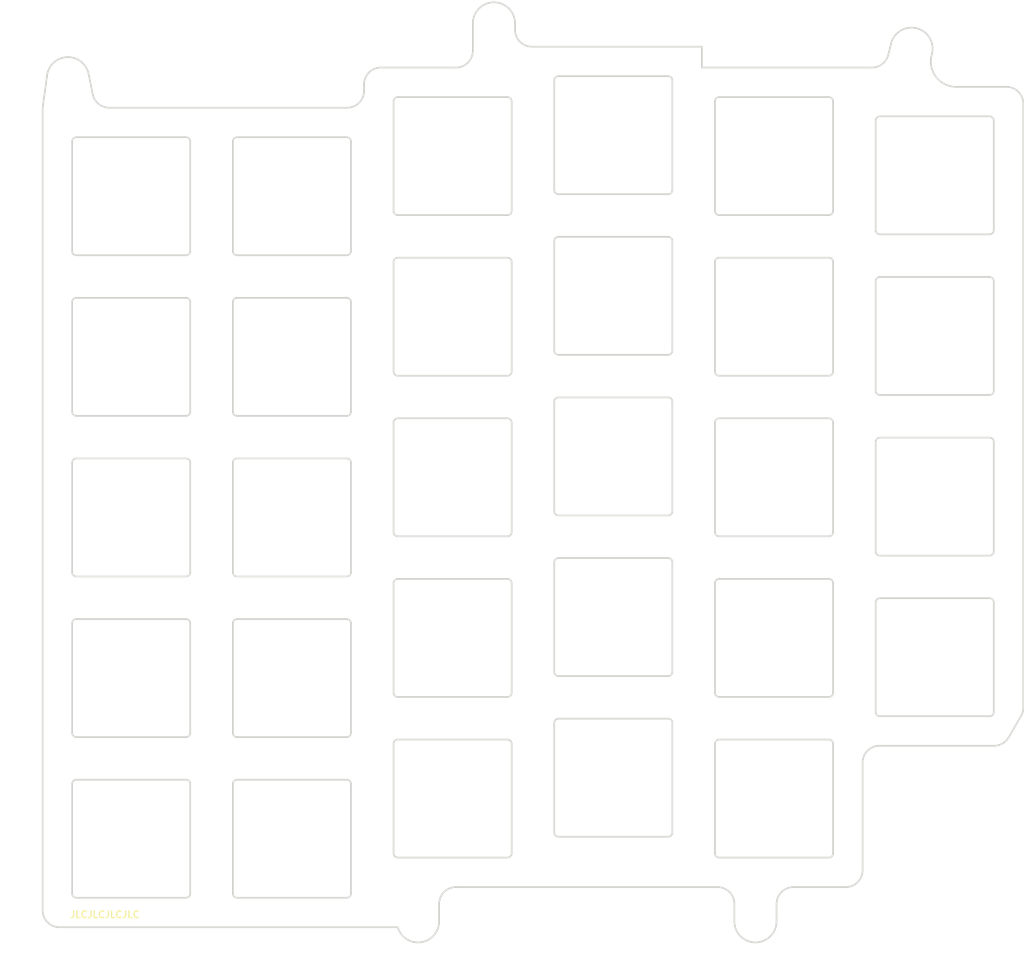
<source format=kicad_pcb>
(kicad_pcb (version 20221018) (generator pcbnew)
  (title_block (title "ErgoSNM keyboard plate") (rev "2.1") (comment 1 "Open source hardware, CERN-OHL-P v2"))
  (layers (0 "F.Cu" signal) (31 "B.Cu" signal) (34 "B.Paste" user) (35 "F.Paste" user) (36 "B.SilkS" user "B.Silkscreen") (37 "F.SilkS" user "F.Silkscreen") (38 "B.Mask" user) (39 "F.Mask" user) (44 "Edge.Cuts" user))
  (net 0 "")
  (footprint "MountingHole:MountingHole_3.7mm" (layer "F.Cu") (at 163.1466 68.019)
    (fp_text reference "REF**" hide)
    (fp_text value "MountingHole_3.7mm")
    (pad "" np_thru_hole circle (at 0 0) (size 3.85 3.85) (drill 3.85) (layers "F&B.Cu" "*.Mask"))
  )
  (footprint "MountingHole:MountingHole_3.7mm" (layer "F.Cu") (at 86.9466 128.801)
    (fp_text reference "REF**" hide)
    (fp_text value "MountingHole_3.7mm")
    (pad "" np_thru_hole circle (at 0 0) (size 3.85 3.85) (drill 3.85) (layers "F&B.Cu" "*.Mask"))
  )
  (footprint "MountingHole:MountingHole_2.5mm" (layer "F.Cu") (at 69.9216 48.126)
    (fp_text reference "REF**" hide)
    (fp_text value "MountingHole_2.5mm")
    (pad "" np_thru_hole circle (at 0 0) (size 2.5 2.5) (drill 2.5) (layers "*.Cu" "*.Mask"))
  )
  (footprint "MountingHole:MountingHole_2.5mm" (layer "F.Cu") (at 105.9966 90.701)
    (fp_text reference "REF**" hide)
    (fp_text value "MountingHole_2.5mm")
    (pad "" np_thru_hole circle (at 0 0) (size 2.5 2.5) (drill 2.5) (layers "*.Cu" "*.Mask"))
  )
  (footprint "MountingHole:MountingHole_2.5mm" (layer "F.Cu") (at 144.6046 104.925)
    (fp_text reference "REF**" hide)
    (fp_text value "MountingHole_2.5mm")
    (pad "" np_thru_hole circle (at 0 0) (size 2.5 2.5) (drill 2.5) (layers "*.Cu" "*.Mask"))
  )
  (footprint "MountingHole:MountingHole_3.7mm" (layer "F.Cu") (at 163.1466 125.169)
    (fp_text reference "REF**" hide)
    (fp_text value "MountingHole_3.7mm")
    (pad "" np_thru_hole circle (at 0 0) (size 3.85 3.85) (drill 3.85) (layers "F&B.Cu" "*.Mask"))
  )
  (footprint "MountingHole:MountingHole_2.5mm" (layer "F.Cu") (at 120.4216 41.626)
    (fp_text reference "REF**" hide)
    (fp_text value "MountingHole_2.5mm")
    (pad "" np_thru_hole circle (at 0 0) (size 2.5 2.5) (drill 2.5) (layers "*.Cu" "*.Mask"))
  )
  (footprint "MountingHole:MountingHole_2.5mm" (layer "F.Cu") (at 111.4216 148.126)
    (fp_text reference "REF**" hide)
    (fp_text value "MountingHole_2.5mm")
    (pad "" np_thru_hole circle (at 0 0) (size 2.5 2.5) (drill 2.5) (layers "*.Cu" "*.Mask"))
  )
  (footprint "MountingHole:MountingHole_3.7mm" (layer "F.Cu") (at 86.9466 71.651)
    (fp_text reference "REF**" hide)
    (fp_text value "MountingHole_3.7mm")
    (pad "" np_thru_hole circle (at 0 0) (size 3.85 3.85) (drill 3.85) (layers "F&B.Cu" "*.Mask"))
  )
  (footprint "MountingHole:MountingHole_2.5mm" (layer "F.Cu") (at 151.4216 148.126)
    (fp_text reference "REF**" hide)
    (fp_text value "MountingHole_2.5mm")
    (pad "" np_thru_hole circle (at 0 0) (size 2.5 2.5) (drill 2.5) (layers "*.Cu" "*.Mask"))
  )
  (footprint "MountingHole:MountingHole_2.5mm" (layer "F.Cu") (at 169.9216 44.626)
    (fp_text reference "REF**" hide)
    (fp_text value "MountingHole_2.5mm")
    (pad "" np_thru_hole circle (at 0 0) (size 2.5 2.5) (drill 2.5) (layers "*.Cu" "*.Mask"))
  )
  (gr_line (start 145.0716 44.387) (end 145.0716 46.8635) (stroke (width 0.2)) (layer "Edge.Cuts"))
  (gr_arc (start 141.5716 80.437) (mid 141.425146 80.79053) (end 141.0716 80.937) (stroke (width 0.2)) (layer "Edge.Cuts"))
  (gr_arc (start 103.4716 68.626) (mid 103.325153 68.979553) (end 102.9716 69.126) (stroke (width 0.2)) (layer "Edge.Cuts"))
  (gr_line (start 103.4716 55.626) (end 103.4716 68.626) (stroke (width 0.2)) (layer "Edge.Cuts"))
  (gr_arc (start 141.5716 61.387) (mid 141.425146 61.74053) (end 141.0716 61.887) (stroke (width 0.2)) (layer "Edge.Cuts"))
  (gr_line (start 108.5216 82.9135) (end 108.5216 69.9135) (stroke (width 0.2)) (layer "Edge.Cuts"))
  (gr_arc (start 70.9216 88.176) (mid 70.568047 88.029553) (end 70.4216 87.676) (stroke (width 0.2)) (layer "Edge.Cuts"))
  (gr_arc (start 153.9216 148.126) (mid 151.4216 150.626) (end 148.9216 148.126) (stroke (width 0.2)) (layer "Edge.Cuts"))
  (gr_arc (start 109.0216 121.5135) (mid 108.668047 121.367053) (end 108.5216 121.0135) (stroke (width 0.2)) (layer "Edge.Cuts"))
  (gr_line (start 89.9716 55.126) (end 102.9716 55.126) (stroke (width 0.2)) (layer "Edge.Cuts"))
  (gr_arc (start 67.426758 47.965488) (mid 69.751152 45.631817) (end 72.371412 47.62758) (stroke (width 0.2)) (layer "Edge.Cuts"))
  (gr_arc (start 70.4216 131.826) (mid 70.568047 131.472447) (end 70.9216 131.326) (stroke (width 0.2)) (layer "Edge.Cuts"))
  (gr_line (start 122.0216 121.5135) (end 109.0216 121.5135) (stroke (width 0.2)) (layer "Edge.Cuts"))
  (gr_line (start 122.9216 41.626) (end 122.9216 42.387) (stroke (width 0.2)) (layer "Edge.Cuts"))
  (gr_arc (start 103.4716 87.676) (mid 103.325153 88.029553) (end 102.9716 88.176) (stroke (width 0.2)) (layer "Edge.Cuts"))
  (gr_arc (start 127.5716 67.437) (mid 127.718045 67.083443) (end 128.0716 66.937) (stroke (width 0.2)) (layer "Edge.Cuts"))
  (gr_arc (start 167.165215 45.347344) (mid 166.455941 46.439508) (end 165.224623 46.8635) (stroke (width 0.2)) (layer "Edge.Cuts"))
  (gr_line (start 147.1216 88.4635) (end 160.1216 88.4635) (stroke (width 0.2)) (layer "Edge.Cuts"))
  (gr_line (start 70.9216 74.176) (end 83.9216 74.176) (stroke (width 0.2)) (layer "Edge.Cuts"))
  (gr_line (start 72.859119 50.024736) (end 72.371412 47.62758) (stroke (width 0.2)) (layer "Edge.Cuts"))
  (gr_line (start 70.4216 68.626) (end 70.4216 55.626) (stroke (width 0.2)) (layer "Edge.Cuts"))
  (gr_arc (start 83.9216 93.226) (mid 84.275153 93.372447) (end 84.4216 93.726) (stroke (width 0.2)) (layer "Edge.Cuts"))
  (gr_arc (start 146.6216 50.8635) (mid 146.768039 50.509923) (end 147.1216 50.3635) (stroke (width 0.2)) (layer "Edge.Cuts"))
  (gr_arc (start 109.0216 64.3635) (mid 108.668047 64.217053) (end 108.5216 63.8635) (stroke (width 0.2)) (layer "Edge.Cuts"))
  (gr_arc (start 146.6216 108.0135) (mid 146.768039 107.659923) (end 147.1216 107.5135) (stroke (width 0.2)) (layer "Edge.Cuts"))
  (gr_line (start 127.5716 61.387) (end 127.5716 48.387) (stroke (width 0.2)) (layer "Edge.Cuts"))
  (gr_line (start 141.5716 86.487) (end 141.5716 99.487) (stroke (width 0.2)) (layer "Edge.Cuts"))
  (gr_line (start 141.5716 105.537) (end 141.5716 118.537) (stroke (width 0.2)) (layer "Edge.Cuts"))
  (gr_line (start 160.6216 88.9635) (end 160.6216 101.9635) (stroke (width 0.2)) (layer "Edge.Cuts"))
  (gr_line (start 84.4216 55.626) (end 84.4216 68.626) (stroke (width 0.2)) (layer "Edge.Cuts"))
  (gr_arc (start 102.9716 131.326) (mid 103.325153 131.472447) (end 103.4716 131.826) (stroke (width 0.2)) (layer "Edge.Cuts"))
  (gr_arc (start 70.9216 145.326) (mid 70.568047 145.179553) (end 70.4216 144.826) (stroke (width 0.2)) (layer "Edge.Cuts"))
  (gr_line (start 70.4216 144.826) (end 70.4216 131.826) (stroke (width 0.2)) (layer "Edge.Cuts"))
  (gr_arc (start 128.0716 61.887) (mid 127.718045 61.740554) (end 127.5716 61.387) (stroke (width 0.2)) (layer "Edge.Cuts"))
  (gr_arc (start 127.5716 48.387) (mid 127.718045 48.033443) (end 128.0716 47.887) (stroke (width 0.2)) (layer "Edge.Cuts"))
  (gr_line (start 145.0716 46.8635) (end 165.224623 46.8635) (stroke (width 0.2)) (layer "Edge.Cuts"))
  (gr_line (start 160.1216 140.5635) (end 147.1216 140.5635) (stroke (width 0.2)) (layer "Edge.Cuts"))
  (gr_line (start 89.4716 125.776) (end 89.4716 112.776) (stroke (width 0.2)) (layer "Edge.Cuts"))
  (gr_arc (start 89.4716 55.626) (mid 89.618047 55.272447) (end 89.9716 55.126) (stroke (width 0.2)) (layer "Edge.Cuts"))
  (gr_arc (start 179.1716 71.6995) (mid 179.525174 71.845933) (end 179.6716 72.1995) (stroke (width 0.2)) (layer "Edge.Cuts"))
  (gr_line (start 146.6216 101.9635) (end 146.6216 88.9635) (stroke (width 0.2)) (layer "Edge.Cuts"))
  (gr_arc (start 83.9216 112.276) (mid 84.275153 112.422447) (end 84.4216 112.776) (stroke (width 0.2)) (layer "Edge.Cuts"))
  (gr_arc (start 68.9216 148.826) (mid 67.507386 148.240214) (end 66.9216 146.826) (stroke (width 0.2)) (layer "Edge.Cuts"))
  (gr_line (start 166.1716 90.7495) (end 179.1716 90.7495) (stroke (width 0.2)) (layer "Edge.Cuts"))
  (gr_arc (start 122.5216 63.8635) (mid 122.375153 64.217053) (end 122.0216 64.3635) (stroke (width 0.2)) (layer "Edge.Cuts"))
  (gr_line (start 127.5716 99.487) (end 127.5716 86.487) (stroke (width 0.2)) (layer "Edge.Cuts"))
  (gr_arc (start 179.6716 104.2495) (mid 179.525146 104.60303) (end 179.1716 104.7495) (stroke (width 0.2)) (layer "Edge.Cuts"))
  (gr_line (start 179.6716 72.1995) (end 179.6716 85.1995) (stroke (width 0.2)) (layer "Edge.Cuts"))
  (gr_arc (start 89.4716 112.776) (mid 89.618047 112.422447) (end 89.9716 112.276) (stroke (width 0.2)) (layer "Edge.Cuts"))
  (gr_line (start 109.0216 69.4135) (end 122.0216 69.4135) (stroke (width 0.2)) (layer "Edge.Cuts"))
  (gr_line (start 103.4716 93.726) (end 103.4716 106.726) (stroke (width 0.2)) (layer "Edge.Cuts"))
  (gr_arc (start 166.1716 85.6995) (mid 165.818067 85.55304) (end 165.6716 85.1995) (stroke (width 0.2)) (layer "Edge.Cuts"))
  (gr_arc (start 122.0216 88.4635) (mid 122.375153 88.609947) (end 122.5216 88.9635) (stroke (width 0.2)) (layer "Edge.Cuts"))
  (gr_arc (start 84.4216 125.776) (mid 84.275153 126.129553) (end 83.9216 126.276) (stroke (width 0.2)) (layer "Edge.Cuts"))
  (gr_line (start 146.6216 63.8635) (end 146.6216 50.8635) (stroke (width 0.2)) (layer "Edge.Cuts"))
  (gr_line (start 141.0716 138.087) (end 128.0716 138.087) (stroke (width 0.2)) (layer "Edge.Cuts"))
  (gr_line (start 122.5216 108.0135) (end 122.5216 121.0135) (stroke (width 0.2)) (layer "Edge.Cuts"))
  (gr_arc (start 141.5716 118.537) (mid 141.425146 118.89053) (end 141.0716 119.037) (stroke (width 0.2)) (layer "Edge.Cuts"))
  (gr_arc (start 141.0716 105.037) (mid 141.425174 105.183433) (end 141.5716 105.537) (stroke (width 0.2)) (layer "Edge.Cuts"))
  (gr_arc (start 66.9216 51.763351) (mid 66.9263 51.626323) (end 66.940377 51.489938) (stroke (width 0.2)) (layer "Edge.Cuts"))
  (gr_arc (start 108.5216 88.9635) (mid 108.668047 88.609947) (end 109.0216 88.4635) (stroke (width 0.2)) (layer "Edge.Cuts"))
  (gr_arc (start 89.9716 88.176) (mid 89.618047 88.029553) (end 89.4716 87.676) (stroke (width 0.2)) (layer "Edge.Cuts"))
  (gr_line (start 179.6716 110.2995) (end 179.6716 123.2995) (stroke (width 0.2)) (layer "Edge.Cuts"))
  (gr_line (start 70.4216 125.776) (end 70.4216 112.776) (stroke (width 0.2)) (layer "Edge.Cuts"))
  (gr_arc (start 122.5216 101.9635) (mid 122.375153 102.317053) (end 122.0216 102.4635) (stroke (width 0.2)) (layer "Edge.Cuts"))
  (gr_arc (start 146.6216 69.9135) (mid 146.768039 69.559923) (end 147.1216 69.4135) (stroke (width 0.2)) (layer "Edge.Cuts"))
  (gr_arc (start 70.4216 55.626) (mid 70.568047 55.272447) (end 70.9216 55.126) (stroke (width 0.2)) (layer "Edge.Cuts"))
  (gr_arc (start 108.5216 127.0635) (mid 108.668047 126.709947) (end 109.0216 126.5635) (stroke (width 0.2)) (layer "Edge.Cuts"))
  (gr_line (start 84.4216 112.776) (end 84.4216 125.776) (stroke (width 0.2)) (layer "Edge.Cuts"))
  (gr_arc (start 166.1716 104.7495) (mid 165.818067 104.60304) (end 165.6716 104.2495) (stroke (width 0.2)) (layer "Edge.Cuts"))
  (gr_line (start 183.1716 51.1495) (end 183.1716 122.763601) (stroke (width 0.2)) (layer "Edge.Cuts"))
  (gr_line (start 162.1216 144.0635) (end 155.9216 144.0635) (stroke (width 0.2)) (layer "Edge.Cuts"))
  (gr_line (start 165.6716 123.2995) (end 165.6716 110.2995) (stroke (width 0.2)) (layer "Edge.Cuts"))
  (gr_line (start 102.9716 69.126) (end 89.9716 69.126) (stroke (width 0.2)) (layer "Edge.Cuts"))
  (gr_line (start 128.0716 85.987) (end 141.0716 85.987) (stroke (width 0.2)) (layer "Edge.Cuts"))
  (gr_line (start 113.9216 148.126) (end 113.9216 146.0635) (stroke (width 0.2)) (layer "Edge.Cuts"))
  (gr_arc (start 83.9216 131.326) (mid 84.275153 131.472447) (end 84.4216 131.826) (stroke (width 0.2)) (layer "Edge.Cuts"))
  (gr_line (start 103.4716 131.826) (end 103.4716 144.826) (stroke (width 0.2)) (layer "Edge.Cuts"))
  (gr_arc (start 102.9716 55.126) (mid 103.325153 55.272447) (end 103.4716 55.626) (stroke (width 0.2)) (layer "Edge.Cuts"))
  (gr_arc (start 89.4716 93.726) (mid 89.618047 93.372447) (end 89.9716 93.226) (stroke (width 0.2)) (layer "Edge.Cuts"))
  (gr_line (start 124.9216 44.387) (end 145.0716 44.387) (stroke (width 0.2)) (layer "Edge.Cuts"))
  (gr_line (start 70.4216 106.726) (end 70.4216 93.726) (stroke (width 0.2)) (layer "Edge.Cuts"))
  (gr_arc (start 166.1716 123.7995) (mid 165.818067 123.65304) (end 165.6716 123.2995) (stroke (width 0.2)) (layer "Edge.Cuts"))
  (gr_arc (start 70.9216 126.276) (mid 70.568047 126.129553) (end 70.4216 125.776) (stroke (width 0.2)) (layer "Edge.Cuts"))
  (gr_arc (start 89.9716 107.226) (mid 89.618047 107.079553) (end 89.4716 106.726) (stroke (width 0.2)) (layer "Edge.Cuts"))
  (gr_line (start 179.707498 127.2995) (end 166.1216 127.2995) (stroke (width 0.2)) (layer "Edge.Cuts"))
  (gr_arc (start 103.4716 106.726) (mid 103.325153 107.079553) (end 102.9716 107.226) (stroke (width 0.2)) (layer "Edge.Cuts"))
  (gr_line (start 179.1716 66.6495) (end 166.1716 66.6495) (stroke (width 0.2)) (layer "Edge.Cuts"))
  (gr_arc (start 113.9216 146.0635) (mid 114.507386 144.649286) (end 115.9216 144.0635) (stroke (width 0.2)) (layer "Edge.Cuts"))
  (gr_arc (start 160.6216 101.9635) (mid 160.475146 102.31703) (end 160.1216 102.4635) (stroke (width 0.2)) (layer "Edge.Cuts"))
  (gr_line (start 66.9216 146.826) (end 66.9216 51.763351) (stroke (width 0.2)) (layer "Edge.Cuts"))
  (gr_arc (start 102.9716 74.176) (mid 103.325153 74.322447) (end 103.4716 74.676) (stroke (width 0.2)) (layer "Edge.Cuts"))
  (gr_arc (start 117.9216 44.8635) (mid 117.335814 46.277714) (end 115.9216 46.8635) (stroke (width 0.2)) (layer "Edge.Cuts"))
  (gr_line (start 179.1716 104.7495) (end 166.1716 104.7495) (stroke (width 0.2)) (layer "Edge.Cuts"))
  (gr_arc (start 89.9716 69.126) (mid 89.618047 68.979553) (end 89.4716 68.626) (stroke (width 0.2)) (layer "Edge.Cuts"))
  (gr_arc (start 141.5716 137.587) (mid 141.425146 137.94053) (end 141.0716 138.087) (stroke (width 0.2)) (layer "Edge.Cuts"))
  (gr_arc (start 109.0216 83.4135) (mid 108.668047 83.267053) (end 108.5216 82.9135) (stroke (width 0.2)) (layer "Edge.Cuts"))
  (gr_arc (start 122.0216 69.4135) (mid 122.375153 69.559947) (end 122.5216 69.9135) (stroke (width 0.2)) (layer "Edge.Cuts"))
  (gr_line (start 89.4716 144.826) (end 89.4716 131.826) (stroke (width 0.2)) (layer "Edge.Cuts"))
  (gr_arc (start 141.0716 85.987) (mid 141.425174 86.133433) (end 141.5716 86.487) (stroke (width 0.2)) (layer "Edge.Cuts"))
  (gr_arc (start 128.0716 80.937) (mid 127.718045 80.790554) (end 127.5716 80.437) (stroke (width 0.2)) (layer "Edge.Cuts"))
  (gr_arc (start 165.6716 53.1495) (mid 165.818039 52.795923) (end 166.1716 52.6495) (stroke (width 0.2)) (layer "Edge.Cuts"))
  (gr_arc (start 103.4716 144.826) (mid 103.325153 145.179553) (end 102.9716 145.326) (stroke (width 0.2)) (layer "Edge.Cuts"))
  (gr_arc (start 102.9716 112.276) (mid 103.325153 112.422447) (end 103.4716 112.776) (stroke (width 0.2)) (layer "Edge.Cuts"))
  (gr_line (start 70.9216 55.126) (end 83.9216 55.126) (stroke (width 0.2)) (layer "Edge.Cuts"))
  (gr_line (start 160.1216 64.3635) (end 147.1216 64.3635) (stroke (width 0.2)) (layer "Edge.Cuts"))
  (gr_line (start 127.5716 80.437) (end 127.5716 67.437) (stroke (width 0.2)) (layer "Edge.Cuts"))
  (gr_line (start 102.9716 88.176) (end 89.9716 88.176) (stroke (width 0.2)) (layer "Edge.Cuts"))
  (gr_arc (start 122.5216 82.9135) (mid 122.375153 83.267053) (end 122.0216 83.4135) (stroke (width 0.2)) (layer "Edge.Cuts"))
  (gr_arc (start 181.1716 49.1495) (mid 182.585834 49.735273) (end 183.1716 51.1495) (stroke (width 0.2)) (layer "Edge.Cuts"))
  (gr_arc (start 147.1216 140.5635) (mid 146.768067 140.41704) (end 146.6216 140.0635) (stroke (width 0.2)) (layer "Edge.Cuts"))
  (gr_line (start 83.9216 69.126) (end 70.9216 69.126) (stroke (width 0.2)) (layer "Edge.Cuts"))
  (gr_arc (start 124.9216 44.387) (mid 123.507386 43.801214) (end 122.9216 42.387) (stroke (width 0.2)) (layer "Edge.Cuts"))
  (gr_arc (start 89.4716 74.676) (mid 89.618047 74.322447) (end 89.9716 74.176) (stroke (width 0.2)) (layer "Edge.Cuts"))
  (gr_line (start 109.0216 88.4635) (end 122.0216 88.4635) (stroke (width 0.2)) (layer "Edge.Cuts"))
  (gr_line (start 109.0216 126.5635) (end 122.0216 126.5635) (stroke (width 0.2)) (layer "Edge.Cuts"))
  (gr_arc (start 105.0216 49.626) (mid 104.435814 51.040214) (end 103.0216 51.626) (stroke (width 0.2)) (layer "Edge.Cuts"))
  (gr_line (start 128.0716 105.037) (end 141.0716 105.037) (stroke (width 0.2)) (layer "Edge.Cuts"))
  (gr_line (start 165.6716 66.1495) (end 165.6716 53.1495) (stroke (width 0.2)) (layer "Edge.Cuts"))
  (gr_line (start 70.9216 112.276) (end 83.9216 112.276) (stroke (width 0.2)) (layer "Edge.Cuts"))
  (gr_arc (start 167.495861 44.021195) (mid 170.526405 42.200257) (end 172.347339 45.230805) (stroke (width 0.2)) (layer "Edge.Cuts"))
  (gr_arc (start 179.1716 90.7495) (mid 179.525174 90.895933) (end 179.6716 91.2495) (stroke (width 0.2)) (layer "Edge.Cuts"))
  (gr_arc (start 122.5216 140.0635) (mid 122.375153 140.417053) (end 122.0216 140.5635) (stroke (width 0.2)) (layer "Edge.Cuts"))
  (gr_line (start 89.9716 112.276) (end 102.9716 112.276) (stroke (width 0.2)) (layer "Edge.Cuts"))
  (gr_line (start 107.0216 46.8635) (end 115.9216 46.8635) (stroke (width 0.2)) (layer "Edge.Cuts"))
  (gr_line (start 102.9716 126.276) (end 89.9716 126.276) (stroke (width 0.2)) (layer "Edge.Cuts"))
  (gr_line (start 141.0716 99.987) (end 128.0716 99.987) (stroke (width 0.2)) (layer "Edge.Cuts"))
  (gr_line (start 89.9716 74.176) (end 102.9716 74.176) (stroke (width 0.2)) (layer "Edge.Cuts"))
  (gr_arc (start 179.1716 109.7995) (mid 179.525174 109.945933) (end 179.6716 110.2995) (stroke (width 0.2)) (layer "Edge.Cuts"))
  (gr_line (start 141.5716 48.387) (end 141.5716 61.387) (stroke (width 0.2)) (layer "Edge.Cuts"))
  (gr_line (start 166.1716 71.6995) (end 179.1716 71.6995) (stroke (width 0.2)) (layer "Edge.Cuts"))
  (gr_arc (start 84.4216 106.726) (mid 84.275153 107.079553) (end 83.9216 107.226) (stroke (width 0.2)) (layer "Edge.Cuts"))
  (gr_arc (start 70.4216 112.776) (mid 70.568047 112.422447) (end 70.9216 112.276) (stroke (width 0.2)) (layer "Edge.Cuts"))
  (gr_line (start 164.1216 129.2995) (end 164.1216 142.0635) (stroke (width 0.2)) (layer "Edge.Cuts"))
  (gr_arc (start 165.6716 110.2995) (mid 165.818039 109.945923) (end 166.1716 109.7995) (stroke (width 0.2)) (layer "Edge.Cuts"))
  (gr_line (start 146.6216 140.0635) (end 146.6216 127.0635) (stroke (width 0.2)) (layer "Edge.Cuts"))
  (gr_arc (start 113.9216 148.126) (mid 111.775153 150.600874) (end 109.0216 148.826) (stroke (width 0.2)) (layer "Edge.Cuts"))
  (gr_line (start 147.1216 126.5635) (end 160.1216 126.5635) (stroke (width 0.2)) (layer "Edge.Cuts"))
  (gr_arc (start 164.1216 129.2995) (mid 164.707379 127.885263) (end 166.1216 127.2995) (stroke (width 0.2)) (layer "Edge.Cuts"))
  (gr_line (start 122.5216 127.0635) (end 122.5216 140.0635) (stroke (width 0.2)) (layer "Edge.Cuts"))
  (gr_line (start 109.0216 50.3635) (end 122.0216 50.3635) (stroke (width 0.2)) (layer "Edge.Cuts"))
  (gr_arc (start 160.1216 88.4635) (mid 160.475174 88.609933) (end 160.6216 88.9635) (stroke (width 0.2)) (layer "Edge.Cuts"))
  (gr_arc (start 127.5716 105.537) (mid 127.718045 105.183443) (end 128.0716 105.037) (stroke (width 0.2)) (layer "Edge.Cuts"))
  (gr_line (start 165.6716 104.2495) (end 165.6716 91.2495) (stroke (width 0.2)) (layer "Edge.Cuts"))
  (gr_arc (start 146.6216 88.9635) (mid 146.768039 88.609923) (end 147.1216 88.4635) (stroke (width 0.2)) (layer "Edge.Cuts"))
  (gr_line (start 105.0216 49.626) (end 105.0216 48.8635) (stroke (width 0.2)) (layer "Edge.Cuts"))
  (gr_arc (start 127.5716 86.487) (mid 127.718045 86.133443) (end 128.0716 85.987) (stroke (width 0.2)) (layer "Edge.Cuts"))
  (gr_arc (start 165.6716 72.1995) (mid 165.818039 71.845923) (end 166.1716 71.6995) (stroke (width 0.2)) (layer "Edge.Cuts"))
  (gr_line (start 108.5216 121.0135) (end 108.5216 108.0135) (stroke (width 0.2)) (layer "Edge.Cuts"))
  (gr_line (start 179.1716 123.7995) (end 166.1716 123.7995) (stroke (width 0.2)) (layer "Edge.Cuts"))
  (gr_line (start 160.6216 108.0135) (end 160.6216 121.0135) (stroke (width 0.2)) (layer "Edge.Cuts"))
  (gr_arc (start 160.6216 82.9135) (mid 160.475146 83.26703) (end 160.1216 83.4135) (stroke (width 0.2)) (layer "Edge.Cuts"))
  (gr_arc (start 179.1716 52.6495) (mid 179.525174 52.795933) (end 179.6716 53.1495) (stroke (width 0.2)) (layer "Edge.Cuts"))
  (gr_arc (start 89.4716 131.826) (mid 89.618047 131.472447) (end 89.9716 131.326) (stroke (width 0.2)) (layer "Edge.Cuts"))
  (gr_arc (start 109.0216 102.4635) (mid 108.668047 102.317053) (end 108.5216 101.9635) (stroke (width 0.2)) (layer "Edge.Cuts"))
  (gr_arc (start 160.1216 69.4135) (mid 160.475174 69.559933) (end 160.6216 69.9135) (stroke (width 0.2)) (layer "Edge.Cuts"))
  (gr_arc (start 74.818968 51.626) (mid 73.553558 51.174785) (end 72.859119 50.024736) (stroke (width 0.2)) (layer "Edge.Cuts"))
  (gr_line (start 141.0716 61.887) (end 128.0716 61.887) (stroke (width 0.2)) (layer "Edge.Cuts"))
  (gr_line (start 89.9716 131.326) (end 102.9716 131.326) (stroke (width 0.2)) (layer "Edge.Cuts"))
  (gr_arc (start 128.0716 99.987) (mid 127.718045 99.840554) (end 127.5716 99.487) (stroke (width 0.2)) (layer "Edge.Cuts"))
  (gr_arc (start 160.1216 126.5635) (mid 160.475174 126.709933) (end 160.6216 127.0635) (stroke (width 0.2)) (layer "Edge.Cuts"))
  (gr_line (start 70.4216 87.676) (end 70.4216 74.676) (stroke (width 0.2)) (layer "Edge.Cuts"))
  (gr_arc (start 109.0216 140.5635) (mid 108.668047 140.417053) (end 108.5216 140.0635) (stroke (width 0.2)) (layer "Edge.Cuts"))
  (gr_line (start 89.4716 106.726) (end 89.4716 93.726) (stroke (width 0.2)) (layer "Edge.Cuts"))
  (gr_arc (start 141.0716 47.887) (mid 141.425174 48.033433) (end 141.5716 48.387) (stroke (width 0.2)) (layer "Edge.Cuts"))
  (gr_line (start 146.6216 121.0135) (end 146.6216 108.0135) (stroke (width 0.2)) (layer "Edge.Cuts"))
  (gr_line (start 181.439549 126.2995) (end 182.903651 123.763601) (stroke (width 0.2)) (layer "Edge.Cuts"))
  (gr_line (start 166.1716 109.7995) (end 179.1716 109.7995) (stroke (width 0.2)) (layer "Edge.Cuts"))
  (gr_line (start 147.1216 69.4135) (end 160.1216 69.4135) (stroke (width 0.2)) (layer "Edge.Cuts"))
  (gr_line (start 179.1716 85.6995) (end 166.1716 85.6995) (stroke (width 0.2)) (layer "Edge.Cuts"))
  (gr_arc (start 183.1716 122.763601) (mid 183.103447 123.281237) (end 182.903651 123.763601) (stroke (width 0.2)) (layer "Edge.Cuts"))
  (gr_line (start 160.6216 69.9135) (end 160.6216 82.9135) (stroke (width 0.2)) (layer "Edge.Cuts"))
  (gr_arc (start 89.9716 126.276) (mid 89.618047 126.129553) (end 89.4716 125.776) (stroke (width 0.2)) (layer "Edge.Cuts"))
  (gr_line (start 102.9716 145.326) (end 89.9716 145.326) (stroke (width 0.2)) (layer "Edge.Cuts"))
  (gr_arc (start 122.0216 107.5135) (mid 122.375153 107.659947) (end 122.5216 108.0135) (stroke (width 0.2)) (layer "Edge.Cuts"))
  (gr_arc (start 160.1216 107.5135) (mid 160.475174 107.659933) (end 160.6216 108.0135) (stroke (width 0.2)) (layer "Edge.Cuts"))
  (gr_line (start 146.6216 82.9135) (end 146.6216 69.9135) (stroke (width 0.2)) (layer "Edge.Cuts"))
  (gr_line (start 141.0716 80.937) (end 128.0716 80.937) (stroke (width 0.2)) (layer "Edge.Cuts"))
  (gr_line (start 84.4216 131.826) (end 84.4216 144.826) (stroke (width 0.2)) (layer "Edge.Cuts"))
  (gr_arc (start 122.0216 50.3635) (mid 122.375153 50.509947) (end 122.5216 50.8635) (stroke (width 0.2)) (layer "Edge.Cuts"))
  (gr_arc (start 160.6216 121.0135) (mid 160.475146 121.36703) (end 160.1216 121.5135) (stroke (width 0.2)) (layer "Edge.Cuts"))
  (gr_line (start 122.5216 50.8635) (end 122.5216 63.8635) (stroke (width 0.2)) (layer "Edge.Cuts"))
  (gr_arc (start 141.0716 66.937) (mid 141.425174 67.083433) (end 141.5716 67.437) (stroke (width 0.2)) (layer "Edge.Cuts"))
  (gr_arc (start 108.5216 108.0135) (mid 108.668047 107.659947) (end 109.0216 107.5135) (stroke (width 0.2)) (layer "Edge.Cuts"))
  (gr_line (start 67.426758 47.965488) (end 66.940377 51.489938) (stroke (width 0.2)) (layer "Edge.Cuts"))
  (gr_line (start 70.9216 93.226) (end 83.9216 93.226) (stroke (width 0.2)) (layer "Edge.Cuts"))
  (gr_line (start 122.5216 69.9135) (end 122.5216 82.9135) (stroke (width 0.2)) (layer "Edge.Cuts"))
  (gr_arc (start 181.439549 126.2995) (mid 180.707493 127.03153) (end 179.707498 127.2995) (stroke (width 0.2)) (layer "Edge.Cuts"))
  (gr_arc (start 146.9216 144.0635) (mid 148.335812 144.649287) (end 148.9216 146.0635) (stroke (width 0.2)) (layer "Edge.Cuts"))
  (gr_arc (start 83.9216 55.126) (mid 84.275153 55.272447) (end 84.4216 55.626) (stroke (width 0.2)) (layer "Edge.Cuts"))
  (gr_line (start 102.9716 107.226) (end 89.9716 107.226) (stroke (width 0.2)) (layer "Edge.Cuts"))
  (gr_arc (start 70.4216 93.726) (mid 70.568047 93.372447) (end 70.9216 93.226) (stroke (width 0.2)) (layer "Edge.Cuts"))
  (gr_line (start 128.0716 66.937) (end 141.0716 66.937) (stroke (width 0.2)) (layer "Edge.Cuts"))
  (gr_line (start 89.4716 87.676) (end 89.4716 74.676) (stroke (width 0.2)) (layer "Edge.Cuts"))
  (gr_line (start 108.5216 140.0635) (end 108.5216 127.0635) (stroke (width 0.2)) (layer "Edge.Cuts"))
  (gr_arc (start 128.0716 138.087) (mid 127.718045 137.940554) (end 127.5716 137.587) (stroke (width 0.2)) (layer "Edge.Cuts"))
  (gr_line (start 117.9216 41.626) (end 117.9216 44.8635) (stroke (width 0.2)) (layer "Edge.Cuts"))
  (gr_line (start 122.0216 64.3635) (end 109.0216 64.3635) (stroke (width 0.2)) (layer "Edge.Cuts"))
  (gr_line (start 153.9216 148.126) (end 153.9216 146.0635) (stroke (width 0.2)) (layer "Edge.Cuts"))
  (gr_line (start 160.1216 121.5135) (end 147.1216 121.5135) (stroke (width 0.2)) (layer "Edge.Cuts"))
  (gr_line (start 74.818968 51.626) (end 103.0216 51.626) (stroke (width 0.2)) (layer "Edge.Cuts"))
  (gr_arc (start 84.4216 87.676) (mid 84.275153 88.029553) (end 83.9216 88.176) (stroke (width 0.2)) (layer "Edge.Cuts"))
  (gr_arc (start 122.5216 121.0135) (mid 122.375153 121.367053) (end 122.0216 121.5135) (stroke (width 0.2)) (layer "Edge.Cuts"))
  (gr_arc (start 70.9216 69.126) (mid 70.568047 68.979553) (end 70.4216 68.626) (stroke (width 0.2)) (layer "Edge.Cuts"))
  (gr_line (start 103.4716 112.776) (end 103.4716 125.776) (stroke (width 0.2)) (layer "Edge.Cuts"))
  (gr_line (start 127.5716 137.587) (end 127.5716 124.587) (stroke (width 0.2)) (layer "Edge.Cuts"))
  (gr_arc (start 103.4716 125.776) (mid 103.325153 126.129553) (end 102.9716 126.276) (stroke (width 0.2)) (layer "Edge.Cuts"))
  (gr_arc (start 147.1216 102.4635) (mid 146.768067 102.31704) (end 146.6216 101.9635) (stroke (width 0.2)) (layer "Edge.Cuts"))
  (gr_line (start 122.5216 88.9635) (end 122.5216 101.9635) (stroke (width 0.2)) (layer "Edge.Cuts"))
  (gr_line (start 172.299237 45.423734) (end 172.347339 45.230805) (stroke (width 0.2)) (layer "Edge.Cuts"))
  (gr_line (start 179.6716 53.1495) (end 179.6716 66.1495) (stroke (width 0.2)) (layer "Edge.Cuts"))
  (gr_arc (start 108.5216 69.9135) (mid 108.668047 69.559947) (end 109.0216 69.4135) (stroke (width 0.2)) (layer "Edge.Cuts"))
  (gr_arc (start 164.1216 142.0635) (mid 163.535806 143.47769) (end 162.1216 144.0635) (stroke (width 0.2)) (layer "Edge.Cuts"))
  (gr_arc (start 141.0716 124.087) (mid 141.425174 124.233433) (end 141.5716 124.587) (stroke (width 0.2)) (layer "Edge.Cuts"))
  (gr_line (start 128.0716 124.087) (end 141.0716 124.087) (stroke (width 0.2)) (layer "Edge.Cuts"))
  (gr_line (start 175.210124 49.1495) (end 181.1716 49.1495) (stroke (width 0.2)) (layer "Edge.Cuts"))
  (gr_arc (start 146.6216 127.0635) (mid 146.768039 126.709923) (end 147.1216 126.5635) (stroke (width 0.2)) (layer "Edge.Cuts"))
  (gr_line (start 83.9216 88.176) (end 70.9216 88.176) (stroke (width 0.2)) (layer "Edge.Cuts"))
  (gr_arc (start 122.0216 126.5635) (mid 122.375153 126.709947) (end 122.5216 127.0635) (stroke (width 0.2)) (layer "Edge.Cuts"))
  (gr_line (start 122.0216 102.4635) (end 109.0216 102.4635) (stroke (width 0.2)) (layer "Edge.Cuts"))
  (gr_arc (start 83.9216 74.176) (mid 84.275153 74.322447) (end 84.4216 74.676) (stroke (width 0.2)) (layer "Edge.Cuts"))
  (gr_line (start 160.6216 50.8635) (end 160.6216 63.8635) (stroke (width 0.2)) (layer "Edge.Cuts"))
  (gr_line (start 108.5216 63.8635) (end 108.5216 50.8635) (stroke (width 0.2)) (layer "Edge.Cuts"))
  (gr_arc (start 70.9216 107.226) (mid 70.568047 107.079553) (end 70.4216 106.726) (stroke (width 0.2)) (layer "Edge.Cuts"))
  (gr_arc (start 84.4216 144.826) (mid 84.275153 145.179553) (end 83.9216 145.326) (stroke (width 0.2)) (layer "Edge.Cuts"))
  (gr_arc (start 102.9716 93.226) (mid 103.325153 93.372447) (end 103.4716 93.726) (stroke (width 0.2)) (layer "Edge.Cuts"))
  (gr_arc (start 127.5716 124.587) (mid 127.718045 124.233443) (end 128.0716 124.087) (stroke (width 0.2)) (layer "Edge.Cuts"))
  (gr_line (start 108.5216 101.9635) (end 108.5216 88.9635) (stroke (width 0.2)) (layer "Edge.Cuts"))
  (gr_arc (start 160.6216 140.0635) (mid 160.475146 140.41703) (end 160.1216 140.5635) (stroke (width 0.2)) (layer "Edge.Cuts"))
  (gr_line (start 128.0716 47.887) (end 141.0716 47.887) (stroke (width 0.2)) (layer "Edge.Cuts"))
  (gr_arc (start 89.9716 145.326) (mid 89.618047 145.179553) (end 89.4716 144.826) (stroke (width 0.2)) (layer "Edge.Cuts"))
  (gr_line (start 89.4716 68.626) (end 89.4716 55.626) (stroke (width 0.2)) (layer "Edge.Cuts"))
  (gr_arc (start 147.1216 64.3635) (mid 146.768067 64.21704) (end 146.6216 63.8635) (stroke (width 0.2)) (layer "Edge.Cuts"))
  (gr_line (start 141.5716 67.437) (end 141.5716 80.437) (stroke (width 0.2)) (layer "Edge.Cuts"))
  (gr_line (start 146.9216 144.0635) (end 115.9216 144.0635) (stroke (width 0.2)) (layer "Edge.Cuts"))
  (gr_line (start 83.9216 145.326) (end 70.9216 145.326) (stroke (width 0.2)) (layer "Edge.Cuts"))
  (gr_line (start 84.4216 93.726) (end 84.4216 106.726) (stroke (width 0.2)) (layer "Edge.Cuts"))
  (gr_line (start 160.1216 102.4635) (end 147.1216 102.4635) (stroke (width 0.2)) (layer "Edge.Cuts"))
  (gr_arc (start 105.0216 48.8635) (mid 105.607386 47.449286) (end 107.0216 46.8635) (stroke (width 0.2)) (layer "Edge.Cuts"))
  (gr_arc (start 128.0716 119.037) (mid 127.718045 118.890554) (end 127.5716 118.537) (stroke (width 0.2)) (layer "Edge.Cuts"))
  (gr_line (start 141.5716 124.587) (end 141.5716 137.587) (stroke (width 0.2)) (layer "Edge.Cuts"))
  (gr_arc (start 141.5716 99.487) (mid 141.425146 99.84053) (end 141.0716 99.987) (stroke (width 0.2)) (layer "Edge.Cuts"))
  (gr_line (start 109.0216 148.826) (end 68.9216 148.826) (stroke (width 0.2)) (layer "Edge.Cuts"))
  (gr_line (start 127.5716 118.537) (end 127.5716 105.537) (stroke (width 0.2)) (layer "Edge.Cuts"))
  (gr_arc (start 147.1216 121.5135) (mid 146.768067 121.36704) (end 146.6216 121.0135) (stroke (width 0.2)) (layer "Edge.Cuts"))
  (gr_arc (start 84.4216 68.626) (mid 84.275153 68.979553) (end 83.9216 69.126) (stroke (width 0.2)) (layer "Edge.Cuts"))
  (gr_line (start 148.9216 148.126) (end 148.9216 146.0635) (stroke (width 0.2)) (layer "Edge.Cuts"))
  (gr_arc (start 166.1716 66.6495) (mid 165.818067 66.50304) (end 165.6716 66.1495) (stroke (width 0.2)) (layer "Edge.Cuts"))
  (gr_arc (start 70.4216 74.676) (mid 70.568047 74.322447) (end 70.9216 74.176) (stroke (width 0.2)) (layer "Edge.Cuts"))
  (gr_line (start 141.0716 119.037) (end 128.0716 119.037) (stroke (width 0.2)) (layer "Edge.Cuts"))
  (gr_line (start 83.9216 126.276) (end 70.9216 126.276) (stroke (width 0.2)) (layer "Edge.Cuts"))
  (gr_line (start 122.0216 140.5635) (end 109.0216 140.5635) (stroke (width 0.2)) (layer "Edge.Cuts"))
  (gr_arc (start 153.9216 146.0635) (mid 154.507379 144.649263) (end 155.9216 144.0635) (stroke (width 0.2)) (layer "Edge.Cuts"))
  (gr_line (start 84.4216 74.676) (end 84.4216 87.676) (stroke (width 0.2)) (layer "Edge.Cuts"))
  (gr_arc (start 165.6716 91.2495) (mid 165.818039 90.895923) (end 166.1716 90.7495) (stroke (width 0.2)) (layer "Edge.Cuts"))
  (gr_line (start 179.6716 91.2495) (end 179.6716 104.2495) (stroke (width 0.2)) (layer "Edge.Cuts"))
  (gr_line (start 166.1716 52.6495) (end 179.1716 52.6495) (stroke (width 0.2)) (layer "Edge.Cuts"))
  (gr_line (start 103.4716 74.676) (end 103.4716 87.676) (stroke (width 0.2)) (layer "Edge.Cuts"))
  (gr_line (start 109.0216 107.5135) (end 122.0216 107.5135) (stroke (width 0.2)) (layer "Edge.Cuts"))
  (gr_line (start 160.1216 83.4135) (end 147.1216 83.4135) (stroke (width 0.2)) (layer "Edge.Cuts"))
  (gr_arc (start 179.6716 66.1495) (mid 179.525146 66.50303) (end 179.1716 66.6495) (stroke (width 0.2)) (layer "Edge.Cuts"))
  (gr_line (start 165.6716 85.1995) (end 165.6716 72.1995) (stroke (width 0.2)) (layer "Edge.Cuts"))
  (gr_arc (start 160.6216 63.8635) (mid 160.475146 64.21703) (end 160.1216 64.3635) (stroke (width 0.2)) (layer "Edge.Cuts"))
  (gr_line (start 89.9716 93.226) (end 102.9716 93.226) (stroke (width 0.2)) (layer "Edge.Cuts"))
  (gr_line (start 160.6216 127.0635) (end 160.6216 140.0635) (stroke (width 0.2)) (layer "Edge.Cuts"))
  (gr_line (start 70.9216 131.326) (end 83.9216 131.326) (stroke (width 0.2)) (layer "Edge.Cuts"))
  (gr_arc (start 179.6716 123.2995) (mid 179.525146 123.65303) (end 179.1716 123.7995) (stroke (width 0.2)) (layer "Edge.Cuts"))
  (gr_arc (start 179.6716 85.1995) (mid 179.525146 85.55303) (end 179.1716 85.6995) (stroke (width 0.2)) (layer "Edge.Cuts"))
  (gr_arc (start 175.210124 49.1495) (mid 172.846091 47.996485) (end 172.299237 45.423734) (stroke (width 0.2)) (layer "Edge.Cuts"))
  (gr_arc (start 117.9216 41.626) (mid 120.4216 39.126) (end 122.9216 41.626) (stroke (width 0.2)) (layer "Edge.Cuts"))
  (gr_arc (start 147.1216 83.4135) (mid 146.768067 83.26704) (end 146.6216 82.9135) (stroke (width 0.2)) (layer "Edge.Cuts"))
  (gr_line (start 147.1216 107.5135) (end 160.1216 107.5135) (stroke (width 0.2)) (layer "Edge.Cuts"))
  (gr_line (start 122.0216 83.4135) (end 109.0216 83.4135) (stroke (width 0.2)) (layer "Edge.Cuts"))
  (gr_line (start 83.9216 107.226) (end 70.9216 107.226) (stroke (width 0.2)) (layer "Edge.Cuts"))
  (gr_line (start 167.495861 44.021195) (end 167.165215 45.347344) (stroke (width 0.2)) (layer "Edge.Cuts"))
  (gr_arc (start 108.5216 50.8635) (mid 108.668047 50.509947) (end 109.0216 50.3635) (stroke (width 0.2)) (layer "Edge.Cuts"))
  (gr_line (start 147.1216 50.3635) (end 160.1216 50.3635) (stroke (width 0.2)) (layer "Edge.Cuts"))
  (gr_arc (start 160.1216 50.3635) (mid 160.475174 50.509933) (end 160.6216 50.8635) (stroke (width 0.2)) (layer "Edge.Cuts"))
  (gr_text "JLCJLCJLCJLC" (at 74.295 147.32) (layer "F.SilkS") (effects (font (size 0.8 0.8))))
)
</source>
